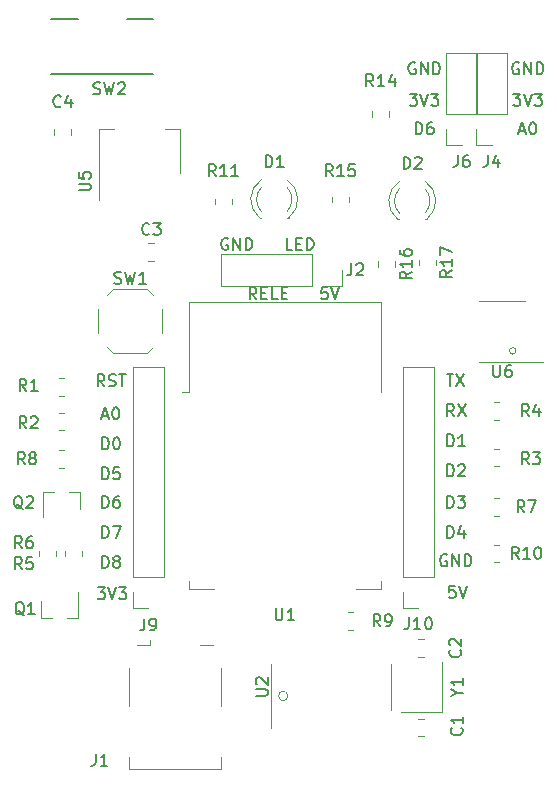
<source format=gbr>
%TF.GenerationSoftware,KiCad,Pcbnew,(5.1.7)-1*%
%TF.CreationDate,2021-02-24T18:28:04+01:00*%
%TF.ProjectId,Temperature-controller-with-ESP8266,54656d70-6572-4617-9475-72652d636f6e,rev?*%
%TF.SameCoordinates,Original*%
%TF.FileFunction,Legend,Top*%
%TF.FilePolarity,Positive*%
%FSLAX46Y46*%
G04 Gerber Fmt 4.6, Leading zero omitted, Abs format (unit mm)*
G04 Created by KiCad (PCBNEW (5.1.7)-1) date 2021-02-24 18:28:04*
%MOMM*%
%LPD*%
G01*
G04 APERTURE LIST*
%ADD10C,0.150000*%
%ADD11C,0.120000*%
G04 APERTURE END LIST*
D10*
X146812095Y-63127000D02*
X146716857Y-63079380D01*
X146574000Y-63079380D01*
X146431142Y-63127000D01*
X146335904Y-63222238D01*
X146288285Y-63317476D01*
X146240666Y-63507952D01*
X146240666Y-63650809D01*
X146288285Y-63841285D01*
X146335904Y-63936523D01*
X146431142Y-64031761D01*
X146574000Y-64079380D01*
X146669238Y-64079380D01*
X146812095Y-64031761D01*
X146859714Y-63984142D01*
X146859714Y-63650809D01*
X146669238Y-63650809D01*
X147288285Y-64079380D02*
X147288285Y-63079380D01*
X147859714Y-64079380D01*
X147859714Y-63079380D01*
X148335904Y-64079380D02*
X148335904Y-63079380D01*
X148574000Y-63079380D01*
X148716857Y-63127000D01*
X148812095Y-63222238D01*
X148859714Y-63317476D01*
X148907333Y-63507952D01*
X148907333Y-63650809D01*
X148859714Y-63841285D01*
X148812095Y-63936523D01*
X148716857Y-64031761D01*
X148574000Y-64079380D01*
X148335904Y-64079380D01*
X146335904Y-65746380D02*
X146954952Y-65746380D01*
X146621619Y-66127333D01*
X146764476Y-66127333D01*
X146859714Y-66174952D01*
X146907333Y-66222571D01*
X146954952Y-66317809D01*
X146954952Y-66555904D01*
X146907333Y-66651142D01*
X146859714Y-66698761D01*
X146764476Y-66746380D01*
X146478761Y-66746380D01*
X146383523Y-66698761D01*
X146335904Y-66651142D01*
X147240666Y-65746380D02*
X147574000Y-66746380D01*
X147907333Y-65746380D01*
X148145428Y-65746380D02*
X148764476Y-65746380D01*
X148431142Y-66127333D01*
X148574000Y-66127333D01*
X148669238Y-66174952D01*
X148716857Y-66222571D01*
X148764476Y-66317809D01*
X148764476Y-66555904D01*
X148716857Y-66651142D01*
X148669238Y-66698761D01*
X148574000Y-66746380D01*
X148288285Y-66746380D01*
X148193047Y-66698761D01*
X148145428Y-66651142D01*
X146835904Y-69159380D02*
X146835904Y-68159380D01*
X147074000Y-68159380D01*
X147216857Y-68207000D01*
X147312095Y-68302238D01*
X147359714Y-68397476D01*
X147407333Y-68587952D01*
X147407333Y-68730809D01*
X147359714Y-68921285D01*
X147312095Y-69016523D01*
X147216857Y-69111761D01*
X147074000Y-69159380D01*
X146835904Y-69159380D01*
X148264476Y-68159380D02*
X148074000Y-68159380D01*
X147978761Y-68207000D01*
X147931142Y-68254619D01*
X147835904Y-68397476D01*
X147788285Y-68587952D01*
X147788285Y-68968904D01*
X147835904Y-69064142D01*
X147883523Y-69111761D01*
X147978761Y-69159380D01*
X148169238Y-69159380D01*
X148264476Y-69111761D01*
X148312095Y-69064142D01*
X148359714Y-68968904D01*
X148359714Y-68730809D01*
X148312095Y-68635571D01*
X148264476Y-68587952D01*
X148169238Y-68540333D01*
X147978761Y-68540333D01*
X147883523Y-68587952D01*
X147835904Y-68635571D01*
X147788285Y-68730809D01*
X155575095Y-63127000D02*
X155479857Y-63079380D01*
X155337000Y-63079380D01*
X155194142Y-63127000D01*
X155098904Y-63222238D01*
X155051285Y-63317476D01*
X155003666Y-63507952D01*
X155003666Y-63650809D01*
X155051285Y-63841285D01*
X155098904Y-63936523D01*
X155194142Y-64031761D01*
X155337000Y-64079380D01*
X155432238Y-64079380D01*
X155575095Y-64031761D01*
X155622714Y-63984142D01*
X155622714Y-63650809D01*
X155432238Y-63650809D01*
X156051285Y-64079380D02*
X156051285Y-63079380D01*
X156622714Y-64079380D01*
X156622714Y-63079380D01*
X157098904Y-64079380D02*
X157098904Y-63079380D01*
X157337000Y-63079380D01*
X157479857Y-63127000D01*
X157575095Y-63222238D01*
X157622714Y-63317476D01*
X157670333Y-63507952D01*
X157670333Y-63650809D01*
X157622714Y-63841285D01*
X157575095Y-63936523D01*
X157479857Y-64031761D01*
X157337000Y-64079380D01*
X157098904Y-64079380D01*
X155622714Y-68873666D02*
X156098904Y-68873666D01*
X155527476Y-69159380D02*
X155860809Y-68159380D01*
X156194142Y-69159380D01*
X156717952Y-68159380D02*
X156813190Y-68159380D01*
X156908428Y-68207000D01*
X156956047Y-68254619D01*
X157003666Y-68349857D01*
X157051285Y-68540333D01*
X157051285Y-68778428D01*
X157003666Y-68968904D01*
X156956047Y-69064142D01*
X156908428Y-69111761D01*
X156813190Y-69159380D01*
X156717952Y-69159380D01*
X156622714Y-69111761D01*
X156575095Y-69064142D01*
X156527476Y-68968904D01*
X156479857Y-68778428D01*
X156479857Y-68540333D01*
X156527476Y-68349857D01*
X156575095Y-68254619D01*
X156622714Y-68207000D01*
X156717952Y-68159380D01*
X155098904Y-65746380D02*
X155717952Y-65746380D01*
X155384619Y-66127333D01*
X155527476Y-66127333D01*
X155622714Y-66174952D01*
X155670333Y-66222571D01*
X155717952Y-66317809D01*
X155717952Y-66555904D01*
X155670333Y-66651142D01*
X155622714Y-66698761D01*
X155527476Y-66746380D01*
X155241761Y-66746380D01*
X155146523Y-66698761D01*
X155098904Y-66651142D01*
X156003666Y-65746380D02*
X156337000Y-66746380D01*
X156670333Y-65746380D01*
X156908428Y-65746380D02*
X157527476Y-65746380D01*
X157194142Y-66127333D01*
X157337000Y-66127333D01*
X157432238Y-66174952D01*
X157479857Y-66222571D01*
X157527476Y-66317809D01*
X157527476Y-66555904D01*
X157479857Y-66651142D01*
X157432238Y-66698761D01*
X157337000Y-66746380D01*
X157051285Y-66746380D01*
X156956047Y-66698761D01*
X156908428Y-66651142D01*
X136390142Y-78938380D02*
X135913952Y-78938380D01*
X135913952Y-77938380D01*
X136723476Y-78414571D02*
X137056809Y-78414571D01*
X137199666Y-78938380D02*
X136723476Y-78938380D01*
X136723476Y-77938380D01*
X137199666Y-77938380D01*
X137628238Y-78938380D02*
X137628238Y-77938380D01*
X137866333Y-77938380D01*
X138009190Y-77986000D01*
X138104428Y-78081238D01*
X138152047Y-78176476D01*
X138199666Y-78366952D01*
X138199666Y-78509809D01*
X138152047Y-78700285D01*
X138104428Y-78795523D01*
X138009190Y-78890761D01*
X137866333Y-78938380D01*
X137628238Y-78938380D01*
X133366000Y-83129380D02*
X133032666Y-82653190D01*
X132794571Y-83129380D02*
X132794571Y-82129380D01*
X133175523Y-82129380D01*
X133270761Y-82177000D01*
X133318380Y-82224619D01*
X133366000Y-82319857D01*
X133366000Y-82462714D01*
X133318380Y-82557952D01*
X133270761Y-82605571D01*
X133175523Y-82653190D01*
X132794571Y-82653190D01*
X133794571Y-82605571D02*
X134127904Y-82605571D01*
X134270761Y-83129380D02*
X133794571Y-83129380D01*
X133794571Y-82129380D01*
X134270761Y-82129380D01*
X135175523Y-83129380D02*
X134699333Y-83129380D01*
X134699333Y-82129380D01*
X135508857Y-82605571D02*
X135842190Y-82605571D01*
X135985047Y-83129380D02*
X135508857Y-83129380D01*
X135508857Y-82129380D01*
X135985047Y-82129380D01*
X139382523Y-82129380D02*
X138906333Y-82129380D01*
X138858714Y-82605571D01*
X138906333Y-82557952D01*
X139001571Y-82510333D01*
X139239666Y-82510333D01*
X139334904Y-82557952D01*
X139382523Y-82605571D01*
X139430142Y-82700809D01*
X139430142Y-82938904D01*
X139382523Y-83034142D01*
X139334904Y-83081761D01*
X139239666Y-83129380D01*
X139001571Y-83129380D01*
X138906333Y-83081761D01*
X138858714Y-83034142D01*
X139715857Y-82129380D02*
X140049190Y-83129380D01*
X140382523Y-82129380D01*
X130937095Y-77986000D02*
X130841857Y-77938380D01*
X130699000Y-77938380D01*
X130556142Y-77986000D01*
X130460904Y-78081238D01*
X130413285Y-78176476D01*
X130365666Y-78366952D01*
X130365666Y-78509809D01*
X130413285Y-78700285D01*
X130460904Y-78795523D01*
X130556142Y-78890761D01*
X130699000Y-78938380D01*
X130794238Y-78938380D01*
X130937095Y-78890761D01*
X130984714Y-78843142D01*
X130984714Y-78509809D01*
X130794238Y-78509809D01*
X131413285Y-78938380D02*
X131413285Y-77938380D01*
X131984714Y-78938380D01*
X131984714Y-77938380D01*
X132460904Y-78938380D02*
X132460904Y-77938380D01*
X132699000Y-77938380D01*
X132841857Y-77986000D01*
X132937095Y-78081238D01*
X132984714Y-78176476D01*
X133032333Y-78366952D01*
X133032333Y-78509809D01*
X132984714Y-78700285D01*
X132937095Y-78795523D01*
X132841857Y-78890761D01*
X132699000Y-78938380D01*
X132460904Y-78938380D01*
D11*
X136037609Y-116713000D02*
G75*
G03*
X136037609Y-116713000I-401609J0D01*
G01*
X155350981Y-87503000D02*
G75*
G03*
X155350981Y-87503000I-283981J0D01*
G01*
D10*
X150177523Y-107402380D02*
X149701333Y-107402380D01*
X149653714Y-107878571D01*
X149701333Y-107830952D01*
X149796571Y-107783333D01*
X150034666Y-107783333D01*
X150129904Y-107830952D01*
X150177523Y-107878571D01*
X150225142Y-107973809D01*
X150225142Y-108211904D01*
X150177523Y-108307142D01*
X150129904Y-108354761D01*
X150034666Y-108402380D01*
X149796571Y-108402380D01*
X149701333Y-108354761D01*
X149653714Y-108307142D01*
X150510857Y-107402380D02*
X150844190Y-108402380D01*
X151177523Y-107402380D01*
X119919904Y-107529380D02*
X120538952Y-107529380D01*
X120205619Y-107910333D01*
X120348476Y-107910333D01*
X120443714Y-107957952D01*
X120491333Y-108005571D01*
X120538952Y-108100809D01*
X120538952Y-108338904D01*
X120491333Y-108434142D01*
X120443714Y-108481761D01*
X120348476Y-108529380D01*
X120062761Y-108529380D01*
X119967523Y-108481761D01*
X119919904Y-108434142D01*
X120824666Y-107529380D02*
X121158000Y-108529380D01*
X121491333Y-107529380D01*
X121729428Y-107529380D02*
X122348476Y-107529380D01*
X122015142Y-107910333D01*
X122158000Y-107910333D01*
X122253238Y-107957952D01*
X122300857Y-108005571D01*
X122348476Y-108100809D01*
X122348476Y-108338904D01*
X122300857Y-108434142D01*
X122253238Y-108481761D01*
X122158000Y-108529380D01*
X121872285Y-108529380D01*
X121777047Y-108481761D01*
X121729428Y-108434142D01*
X149479095Y-104783000D02*
X149383857Y-104735380D01*
X149241000Y-104735380D01*
X149098142Y-104783000D01*
X149002904Y-104878238D01*
X148955285Y-104973476D01*
X148907666Y-105163952D01*
X148907666Y-105306809D01*
X148955285Y-105497285D01*
X149002904Y-105592523D01*
X149098142Y-105687761D01*
X149241000Y-105735380D01*
X149336238Y-105735380D01*
X149479095Y-105687761D01*
X149526714Y-105640142D01*
X149526714Y-105306809D01*
X149336238Y-105306809D01*
X149955285Y-105735380D02*
X149955285Y-104735380D01*
X150526714Y-105735380D01*
X150526714Y-104735380D01*
X151002904Y-105735380D02*
X151002904Y-104735380D01*
X151241000Y-104735380D01*
X151383857Y-104783000D01*
X151479095Y-104878238D01*
X151526714Y-104973476D01*
X151574333Y-105163952D01*
X151574333Y-105306809D01*
X151526714Y-105497285D01*
X151479095Y-105592523D01*
X151383857Y-105687761D01*
X151241000Y-105735380D01*
X151002904Y-105735380D01*
X149502904Y-103322380D02*
X149502904Y-102322380D01*
X149741000Y-102322380D01*
X149883857Y-102370000D01*
X149979095Y-102465238D01*
X150026714Y-102560476D01*
X150074333Y-102750952D01*
X150074333Y-102893809D01*
X150026714Y-103084285D01*
X149979095Y-103179523D01*
X149883857Y-103274761D01*
X149741000Y-103322380D01*
X149502904Y-103322380D01*
X150931476Y-102655714D02*
X150931476Y-103322380D01*
X150693380Y-102274761D02*
X150455285Y-102989047D01*
X151074333Y-102989047D01*
X149502904Y-100782380D02*
X149502904Y-99782380D01*
X149741000Y-99782380D01*
X149883857Y-99830000D01*
X149979095Y-99925238D01*
X150026714Y-100020476D01*
X150074333Y-100210952D01*
X150074333Y-100353809D01*
X150026714Y-100544285D01*
X149979095Y-100639523D01*
X149883857Y-100734761D01*
X149741000Y-100782380D01*
X149502904Y-100782380D01*
X150407666Y-99782380D02*
X151026714Y-99782380D01*
X150693380Y-100163333D01*
X150836238Y-100163333D01*
X150931476Y-100210952D01*
X150979095Y-100258571D01*
X151026714Y-100353809D01*
X151026714Y-100591904D01*
X150979095Y-100687142D01*
X150931476Y-100734761D01*
X150836238Y-100782380D01*
X150550523Y-100782380D01*
X150455285Y-100734761D01*
X150407666Y-100687142D01*
X149502904Y-98115380D02*
X149502904Y-97115380D01*
X149741000Y-97115380D01*
X149883857Y-97163000D01*
X149979095Y-97258238D01*
X150026714Y-97353476D01*
X150074333Y-97543952D01*
X150074333Y-97686809D01*
X150026714Y-97877285D01*
X149979095Y-97972523D01*
X149883857Y-98067761D01*
X149741000Y-98115380D01*
X149502904Y-98115380D01*
X150455285Y-97210619D02*
X150502904Y-97163000D01*
X150598142Y-97115380D01*
X150836238Y-97115380D01*
X150931476Y-97163000D01*
X150979095Y-97210619D01*
X151026714Y-97305857D01*
X151026714Y-97401095D01*
X150979095Y-97543952D01*
X150407666Y-98115380D01*
X151026714Y-98115380D01*
X149502904Y-95575380D02*
X149502904Y-94575380D01*
X149741000Y-94575380D01*
X149883857Y-94623000D01*
X149979095Y-94718238D01*
X150026714Y-94813476D01*
X150074333Y-95003952D01*
X150074333Y-95146809D01*
X150026714Y-95337285D01*
X149979095Y-95432523D01*
X149883857Y-95527761D01*
X149741000Y-95575380D01*
X149502904Y-95575380D01*
X151026714Y-95575380D02*
X150455285Y-95575380D01*
X150741000Y-95575380D02*
X150741000Y-94575380D01*
X150645761Y-94718238D01*
X150550523Y-94813476D01*
X150455285Y-94861095D01*
X150074333Y-93035380D02*
X149741000Y-92559190D01*
X149502904Y-93035380D02*
X149502904Y-92035380D01*
X149883857Y-92035380D01*
X149979095Y-92083000D01*
X150026714Y-92130619D01*
X150074333Y-92225857D01*
X150074333Y-92368714D01*
X150026714Y-92463952D01*
X149979095Y-92511571D01*
X149883857Y-92559190D01*
X149502904Y-92559190D01*
X150407666Y-92035380D02*
X151074333Y-93035380D01*
X151074333Y-92035380D02*
X150407666Y-93035380D01*
X149479095Y-89495380D02*
X150050523Y-89495380D01*
X149764809Y-90495380D02*
X149764809Y-89495380D01*
X150288619Y-89495380D02*
X150955285Y-90495380D01*
X150955285Y-89495380D02*
X150288619Y-90495380D01*
X120292904Y-105862380D02*
X120292904Y-104862380D01*
X120531000Y-104862380D01*
X120673857Y-104910000D01*
X120769095Y-105005238D01*
X120816714Y-105100476D01*
X120864333Y-105290952D01*
X120864333Y-105433809D01*
X120816714Y-105624285D01*
X120769095Y-105719523D01*
X120673857Y-105814761D01*
X120531000Y-105862380D01*
X120292904Y-105862380D01*
X121435761Y-105290952D02*
X121340523Y-105243333D01*
X121292904Y-105195714D01*
X121245285Y-105100476D01*
X121245285Y-105052857D01*
X121292904Y-104957619D01*
X121340523Y-104910000D01*
X121435761Y-104862380D01*
X121626238Y-104862380D01*
X121721476Y-104910000D01*
X121769095Y-104957619D01*
X121816714Y-105052857D01*
X121816714Y-105100476D01*
X121769095Y-105195714D01*
X121721476Y-105243333D01*
X121626238Y-105290952D01*
X121435761Y-105290952D01*
X121340523Y-105338571D01*
X121292904Y-105386190D01*
X121245285Y-105481428D01*
X121245285Y-105671904D01*
X121292904Y-105767142D01*
X121340523Y-105814761D01*
X121435761Y-105862380D01*
X121626238Y-105862380D01*
X121721476Y-105814761D01*
X121769095Y-105767142D01*
X121816714Y-105671904D01*
X121816714Y-105481428D01*
X121769095Y-105386190D01*
X121721476Y-105338571D01*
X121626238Y-105290952D01*
X120292904Y-103322380D02*
X120292904Y-102322380D01*
X120531000Y-102322380D01*
X120673857Y-102370000D01*
X120769095Y-102465238D01*
X120816714Y-102560476D01*
X120864333Y-102750952D01*
X120864333Y-102893809D01*
X120816714Y-103084285D01*
X120769095Y-103179523D01*
X120673857Y-103274761D01*
X120531000Y-103322380D01*
X120292904Y-103322380D01*
X121197666Y-102322380D02*
X121864333Y-102322380D01*
X121435761Y-103322380D01*
X120292904Y-100782380D02*
X120292904Y-99782380D01*
X120531000Y-99782380D01*
X120673857Y-99830000D01*
X120769095Y-99925238D01*
X120816714Y-100020476D01*
X120864333Y-100210952D01*
X120864333Y-100353809D01*
X120816714Y-100544285D01*
X120769095Y-100639523D01*
X120673857Y-100734761D01*
X120531000Y-100782380D01*
X120292904Y-100782380D01*
X121721476Y-99782380D02*
X121531000Y-99782380D01*
X121435761Y-99830000D01*
X121388142Y-99877619D01*
X121292904Y-100020476D01*
X121245285Y-100210952D01*
X121245285Y-100591904D01*
X121292904Y-100687142D01*
X121340523Y-100734761D01*
X121435761Y-100782380D01*
X121626238Y-100782380D01*
X121721476Y-100734761D01*
X121769095Y-100687142D01*
X121816714Y-100591904D01*
X121816714Y-100353809D01*
X121769095Y-100258571D01*
X121721476Y-100210952D01*
X121626238Y-100163333D01*
X121435761Y-100163333D01*
X121340523Y-100210952D01*
X121292904Y-100258571D01*
X121245285Y-100353809D01*
X120292904Y-98369380D02*
X120292904Y-97369380D01*
X120531000Y-97369380D01*
X120673857Y-97417000D01*
X120769095Y-97512238D01*
X120816714Y-97607476D01*
X120864333Y-97797952D01*
X120864333Y-97940809D01*
X120816714Y-98131285D01*
X120769095Y-98226523D01*
X120673857Y-98321761D01*
X120531000Y-98369380D01*
X120292904Y-98369380D01*
X121769095Y-97369380D02*
X121292904Y-97369380D01*
X121245285Y-97845571D01*
X121292904Y-97797952D01*
X121388142Y-97750333D01*
X121626238Y-97750333D01*
X121721476Y-97797952D01*
X121769095Y-97845571D01*
X121816714Y-97940809D01*
X121816714Y-98178904D01*
X121769095Y-98274142D01*
X121721476Y-98321761D01*
X121626238Y-98369380D01*
X121388142Y-98369380D01*
X121292904Y-98321761D01*
X121245285Y-98274142D01*
X120292904Y-95829380D02*
X120292904Y-94829380D01*
X120531000Y-94829380D01*
X120673857Y-94877000D01*
X120769095Y-94972238D01*
X120816714Y-95067476D01*
X120864333Y-95257952D01*
X120864333Y-95400809D01*
X120816714Y-95591285D01*
X120769095Y-95686523D01*
X120673857Y-95781761D01*
X120531000Y-95829380D01*
X120292904Y-95829380D01*
X121483380Y-94829380D02*
X121578619Y-94829380D01*
X121673857Y-94877000D01*
X121721476Y-94924619D01*
X121769095Y-95019857D01*
X121816714Y-95210333D01*
X121816714Y-95448428D01*
X121769095Y-95638904D01*
X121721476Y-95734142D01*
X121673857Y-95781761D01*
X121578619Y-95829380D01*
X121483380Y-95829380D01*
X121388142Y-95781761D01*
X121340523Y-95734142D01*
X121292904Y-95638904D01*
X121245285Y-95448428D01*
X121245285Y-95210333D01*
X121292904Y-95019857D01*
X121340523Y-94924619D01*
X121388142Y-94877000D01*
X121483380Y-94829380D01*
X120316714Y-93003666D02*
X120792904Y-93003666D01*
X120221476Y-93289380D02*
X120554809Y-92289380D01*
X120888142Y-93289380D01*
X121411952Y-92289380D02*
X121507190Y-92289380D01*
X121602428Y-92337000D01*
X121650047Y-92384619D01*
X121697666Y-92479857D01*
X121745285Y-92670333D01*
X121745285Y-92908428D01*
X121697666Y-93098904D01*
X121650047Y-93194142D01*
X121602428Y-93241761D01*
X121507190Y-93289380D01*
X121411952Y-93289380D01*
X121316714Y-93241761D01*
X121269095Y-93194142D01*
X121221476Y-93098904D01*
X121173857Y-92908428D01*
X121173857Y-92670333D01*
X121221476Y-92479857D01*
X121269095Y-92384619D01*
X121316714Y-92337000D01*
X121411952Y-92289380D01*
X120483380Y-90495380D02*
X120150047Y-90019190D01*
X119911952Y-90495380D02*
X119911952Y-89495380D01*
X120292904Y-89495380D01*
X120388142Y-89543000D01*
X120435761Y-89590619D01*
X120483380Y-89685857D01*
X120483380Y-89828714D01*
X120435761Y-89923952D01*
X120388142Y-89971571D01*
X120292904Y-90019190D01*
X119911952Y-90019190D01*
X120864333Y-90447761D02*
X121007190Y-90495380D01*
X121245285Y-90495380D01*
X121340523Y-90447761D01*
X121388142Y-90400142D01*
X121435761Y-90304904D01*
X121435761Y-90209666D01*
X121388142Y-90114428D01*
X121340523Y-90066809D01*
X121245285Y-90019190D01*
X121054809Y-89971571D01*
X120959571Y-89923952D01*
X120911952Y-89876333D01*
X120864333Y-89781095D01*
X120864333Y-89685857D01*
X120911952Y-89590619D01*
X120959571Y-89543000D01*
X121054809Y-89495380D01*
X121292904Y-89495380D01*
X121435761Y-89543000D01*
X121721476Y-89495380D02*
X122292904Y-89495380D01*
X122007190Y-90495380D02*
X122007190Y-89495380D01*
D11*
%TO.C,C3*%
X124721252Y-79856000D02*
X124198748Y-79856000D01*
X124721252Y-78386000D02*
X124198748Y-78386000D01*
%TO.C,SW1*%
X119962000Y-86003000D02*
X119962000Y-83923000D01*
X124132000Y-82243000D02*
X124622000Y-82733000D01*
X125402000Y-86003000D02*
X125402000Y-83923000D01*
X121232000Y-82243000D02*
X120742000Y-82733000D01*
X121232000Y-82243000D02*
X124132000Y-82243000D01*
X121232000Y-87683000D02*
X120742000Y-87193000D01*
X121232000Y-87683000D02*
X124132000Y-87683000D01*
X124132000Y-87683000D02*
X124622000Y-87193000D01*
%TO.C,R8*%
X116612936Y-95912000D02*
X117067064Y-95912000D01*
X116612936Y-97382000D02*
X117067064Y-97382000D01*
%TO.C,U6*%
X154178000Y-83292000D02*
X152228000Y-83292000D01*
X154178000Y-83292000D02*
X156128000Y-83292000D01*
X154178000Y-88412000D02*
X152228000Y-88412000D01*
X154178000Y-88412000D02*
X157628000Y-88412000D01*
%TO.C,R4*%
X153897064Y-91848000D02*
X153442936Y-91848000D01*
X153897064Y-93318000D02*
X153442936Y-93318000D01*
%TO.C,R3*%
X153442936Y-97255000D02*
X153897064Y-97255000D01*
X153442936Y-95785000D02*
X153897064Y-95785000D01*
%TO.C,R10*%
X153442936Y-103913000D02*
X153897064Y-103913000D01*
X153442936Y-105383000D02*
X153897064Y-105383000D01*
%TO.C,R9*%
X141123936Y-109628000D02*
X141578064Y-109628000D01*
X141123936Y-111098000D02*
X141578064Y-111098000D01*
%TO.C,R7*%
X153442936Y-99976000D02*
X153897064Y-99976000D01*
X153442936Y-101446000D02*
X153897064Y-101446000D01*
%TO.C,J2*%
X138049000Y-79315000D02*
X138049000Y-81975000D01*
X138049000Y-79315000D02*
X130369000Y-79315000D01*
X130369000Y-79315000D02*
X130369000Y-81975000D01*
X138049000Y-81975000D02*
X130369000Y-81975000D01*
X140649000Y-81975000D02*
X139319000Y-81975000D01*
X140649000Y-80645000D02*
X140649000Y-81975000D01*
%TO.C,U1*%
X127643000Y-83384000D02*
X143883000Y-83384000D01*
X143883000Y-83384000D02*
X143883000Y-91004000D01*
X143883000Y-107004000D02*
X143883000Y-107624000D01*
X143883000Y-107624000D02*
X141763000Y-107624000D01*
X129763000Y-107624000D02*
X127643000Y-107624000D01*
X127643000Y-107624000D02*
X127643000Y-107004000D01*
X127643000Y-91004000D02*
X127643000Y-83384000D01*
X127643000Y-91004000D02*
X127033000Y-91004000D01*
%TO.C,U5*%
X126854000Y-68702000D02*
X125594000Y-68702000D01*
X120034000Y-68702000D02*
X121294000Y-68702000D01*
X126854000Y-72462000D02*
X126854000Y-68702000D01*
X120034000Y-74712000D02*
X120034000Y-68702000D01*
%TO.C,J1*%
X130376600Y-122859800D02*
X122556600Y-122859800D01*
X124356600Y-112388600D02*
X124356600Y-111958600D01*
X130378200Y-121869200D02*
X130378200Y-122859800D01*
X130376600Y-117538600D02*
X130376600Y-114308600D01*
X128576600Y-112388600D02*
X129656600Y-112388600D01*
X123276600Y-112388600D02*
X124356600Y-112388600D01*
X122556600Y-117538600D02*
X122556600Y-114308600D01*
X122556600Y-121920000D02*
X122556600Y-122859800D01*
%TO.C,R11*%
X129821000Y-75053564D02*
X129821000Y-74599436D01*
X131291000Y-75053564D02*
X131291000Y-74599436D01*
%TO.C,D1*%
X133638000Y-76236000D02*
X133794000Y-76236000D01*
X135954000Y-76236000D02*
X136110000Y-76236000D01*
X135953837Y-73634870D02*
G75*
G02*
X135954000Y-75716961I-1079837J-1041130D01*
G01*
X133794163Y-73634870D02*
G75*
G03*
X133794000Y-75716961I1079837J-1041130D01*
G01*
X135952608Y-73003665D02*
G75*
G02*
X136109516Y-76236000I-1078608J-1672335D01*
G01*
X133795392Y-73003665D02*
G75*
G03*
X133638484Y-76236000I1078608J-1672335D01*
G01*
%TO.C,D2*%
X145322000Y-76363000D02*
X145478000Y-76363000D01*
X147638000Y-76363000D02*
X147794000Y-76363000D01*
X147637837Y-73761870D02*
G75*
G02*
X147638000Y-75843961I-1079837J-1041130D01*
G01*
X145478163Y-73761870D02*
G75*
G03*
X145478000Y-75843961I1079837J-1041130D01*
G01*
X147636608Y-73130665D02*
G75*
G02*
X147793516Y-76363000I-1078608J-1672335D01*
G01*
X145479392Y-73130665D02*
G75*
G03*
X145322484Y-76363000I1078608J-1672335D01*
G01*
%TO.C,Y1*%
X145570000Y-118051000D02*
X149070000Y-118051000D01*
X149070000Y-118051000D02*
X149070000Y-113851000D01*
D10*
%TO.C,SW2*%
X124601000Y-64022000D02*
X116001000Y-64022000D01*
X124601000Y-59422000D02*
X122401000Y-59422000D01*
X118301000Y-59422000D02*
X116001000Y-59422000D01*
D11*
%TO.C,R2*%
X116612936Y-92737000D02*
X117067064Y-92737000D01*
X116612936Y-94207000D02*
X117067064Y-94207000D01*
%TO.C,C1*%
X147581252Y-120115000D02*
X147058748Y-120115000D01*
X147581252Y-118645000D02*
X147058748Y-118645000D01*
%TO.C,C2*%
X147058748Y-111914000D02*
X147581252Y-111914000D01*
X147058748Y-113384000D02*
X147581252Y-113384000D01*
%TO.C,C4*%
X117702000Y-68699748D02*
X117702000Y-69222252D01*
X116232000Y-68699748D02*
X116232000Y-69222252D01*
%TO.C,R1*%
X117067064Y-91286000D02*
X116612936Y-91286000D01*
X117067064Y-89816000D02*
X116612936Y-89816000D01*
%TO.C,R5*%
X117121000Y-104875064D02*
X117121000Y-104420936D01*
X118591000Y-104875064D02*
X118591000Y-104420936D01*
%TO.C,R6*%
X116432000Y-104420936D02*
X116432000Y-104875064D01*
X114962000Y-104420936D02*
X114962000Y-104875064D01*
%TO.C,R15*%
X139727000Y-74903064D02*
X139727000Y-74448936D01*
X141197000Y-74903064D02*
X141197000Y-74448936D01*
%TO.C,U2*%
X144760000Y-115951000D02*
X144760000Y-114001000D01*
X144760000Y-115951000D02*
X144760000Y-117901000D01*
X134640000Y-115951000D02*
X134640000Y-114001000D01*
X134640000Y-115951000D02*
X134640000Y-119401000D01*
%TO.C,Q1*%
X115133000Y-110107000D02*
X116063000Y-110107000D01*
X118293000Y-110107000D02*
X117363000Y-110107000D01*
X118293000Y-110107000D02*
X118293000Y-107947000D01*
X115133000Y-110107000D02*
X115133000Y-108647000D01*
%TO.C,Q2*%
X118420000Y-99443000D02*
X118420000Y-100903000D01*
X115260000Y-99443000D02*
X115260000Y-101603000D01*
X115260000Y-99443000D02*
X116190000Y-99443000D01*
X118420000Y-99443000D02*
X117490000Y-99443000D01*
%TO.C,R14*%
X144626000Y-67664064D02*
X144626000Y-67209936D01*
X143156000Y-67664064D02*
X143156000Y-67209936D01*
%TO.C,J9*%
X124206000Y-109280000D02*
X122876000Y-109280000D01*
X122876000Y-109280000D02*
X122876000Y-107950000D01*
X122876000Y-106680000D02*
X122876000Y-88840000D01*
X125536000Y-88840000D02*
X122876000Y-88840000D01*
X125536000Y-106680000D02*
X125536000Y-88840000D01*
X125536000Y-106680000D02*
X122876000Y-106680000D01*
%TO.C,J10*%
X148396000Y-106680000D02*
X145736000Y-106680000D01*
X148396000Y-106680000D02*
X148396000Y-88840000D01*
X148396000Y-88840000D02*
X145736000Y-88840000D01*
X145736000Y-106680000D02*
X145736000Y-88840000D01*
X145736000Y-109280000D02*
X145736000Y-107950000D01*
X147066000Y-109280000D02*
X145736000Y-109280000D01*
%TO.C,R16*%
X145134000Y-79909936D02*
X145134000Y-80364064D01*
X143664000Y-79909936D02*
X143664000Y-80364064D01*
%TO.C,R17*%
X147093000Y-79782936D02*
X147093000Y-80237064D01*
X148563000Y-79782936D02*
X148563000Y-80237064D01*
%TO.C,J4*%
X154619000Y-67437000D02*
X151959000Y-67437000D01*
X154619000Y-67437000D02*
X154619000Y-62297000D01*
X154619000Y-62297000D02*
X151959000Y-62297000D01*
X151959000Y-67437000D02*
X151959000Y-62297000D01*
X151959000Y-70037000D02*
X151959000Y-68707000D01*
X153289000Y-70037000D02*
X151959000Y-70037000D01*
%TO.C,J6*%
X150749000Y-70037000D02*
X149419000Y-70037000D01*
X149419000Y-70037000D02*
X149419000Y-68707000D01*
X149419000Y-67437000D02*
X149419000Y-62297000D01*
X152079000Y-62297000D02*
X149419000Y-62297000D01*
X152079000Y-67437000D02*
X152079000Y-62297000D01*
X152079000Y-67437000D02*
X149419000Y-67437000D01*
%TD*%
%TO.C,C3*%
D10*
X124293333Y-77573142D02*
X124245714Y-77620761D01*
X124102857Y-77668380D01*
X124007619Y-77668380D01*
X123864761Y-77620761D01*
X123769523Y-77525523D01*
X123721904Y-77430285D01*
X123674285Y-77239809D01*
X123674285Y-77096952D01*
X123721904Y-76906476D01*
X123769523Y-76811238D01*
X123864761Y-76716000D01*
X124007619Y-76668380D01*
X124102857Y-76668380D01*
X124245714Y-76716000D01*
X124293333Y-76763619D01*
X124626666Y-76668380D02*
X125245714Y-76668380D01*
X124912380Y-77049333D01*
X125055238Y-77049333D01*
X125150476Y-77096952D01*
X125198095Y-77144571D01*
X125245714Y-77239809D01*
X125245714Y-77477904D01*
X125198095Y-77573142D01*
X125150476Y-77620761D01*
X125055238Y-77668380D01*
X124769523Y-77668380D01*
X124674285Y-77620761D01*
X124626666Y-77573142D01*
%TO.C,SW1*%
X121348666Y-81767761D02*
X121491523Y-81815380D01*
X121729619Y-81815380D01*
X121824857Y-81767761D01*
X121872476Y-81720142D01*
X121920095Y-81624904D01*
X121920095Y-81529666D01*
X121872476Y-81434428D01*
X121824857Y-81386809D01*
X121729619Y-81339190D01*
X121539142Y-81291571D01*
X121443904Y-81243952D01*
X121396285Y-81196333D01*
X121348666Y-81101095D01*
X121348666Y-81005857D01*
X121396285Y-80910619D01*
X121443904Y-80863000D01*
X121539142Y-80815380D01*
X121777238Y-80815380D01*
X121920095Y-80863000D01*
X122253428Y-80815380D02*
X122491523Y-81815380D01*
X122682000Y-81101095D01*
X122872476Y-81815380D01*
X123110571Y-80815380D01*
X124015333Y-81815380D02*
X123443904Y-81815380D01*
X123729619Y-81815380D02*
X123729619Y-80815380D01*
X123634380Y-80958238D01*
X123539142Y-81053476D01*
X123443904Y-81101095D01*
%TO.C,R8*%
X113752333Y-97099380D02*
X113419000Y-96623190D01*
X113180904Y-97099380D02*
X113180904Y-96099380D01*
X113561857Y-96099380D01*
X113657095Y-96147000D01*
X113704714Y-96194619D01*
X113752333Y-96289857D01*
X113752333Y-96432714D01*
X113704714Y-96527952D01*
X113657095Y-96575571D01*
X113561857Y-96623190D01*
X113180904Y-96623190D01*
X114323761Y-96527952D02*
X114228523Y-96480333D01*
X114180904Y-96432714D01*
X114133285Y-96337476D01*
X114133285Y-96289857D01*
X114180904Y-96194619D01*
X114228523Y-96147000D01*
X114323761Y-96099380D01*
X114514238Y-96099380D01*
X114609476Y-96147000D01*
X114657095Y-96194619D01*
X114704714Y-96289857D01*
X114704714Y-96337476D01*
X114657095Y-96432714D01*
X114609476Y-96480333D01*
X114514238Y-96527952D01*
X114323761Y-96527952D01*
X114228523Y-96575571D01*
X114180904Y-96623190D01*
X114133285Y-96718428D01*
X114133285Y-96908904D01*
X114180904Y-97004142D01*
X114228523Y-97051761D01*
X114323761Y-97099380D01*
X114514238Y-97099380D01*
X114609476Y-97051761D01*
X114657095Y-97004142D01*
X114704714Y-96908904D01*
X114704714Y-96718428D01*
X114657095Y-96623190D01*
X114609476Y-96575571D01*
X114514238Y-96527952D01*
%TO.C,U6*%
X153416095Y-88704380D02*
X153416095Y-89513904D01*
X153463714Y-89609142D01*
X153511333Y-89656761D01*
X153606571Y-89704380D01*
X153797047Y-89704380D01*
X153892285Y-89656761D01*
X153939904Y-89609142D01*
X153987523Y-89513904D01*
X153987523Y-88704380D01*
X154892285Y-88704380D02*
X154701809Y-88704380D01*
X154606571Y-88752000D01*
X154558952Y-88799619D01*
X154463714Y-88942476D01*
X154416095Y-89132952D01*
X154416095Y-89513904D01*
X154463714Y-89609142D01*
X154511333Y-89656761D01*
X154606571Y-89704380D01*
X154797047Y-89704380D01*
X154892285Y-89656761D01*
X154939904Y-89609142D01*
X154987523Y-89513904D01*
X154987523Y-89275809D01*
X154939904Y-89180571D01*
X154892285Y-89132952D01*
X154797047Y-89085333D01*
X154606571Y-89085333D01*
X154511333Y-89132952D01*
X154463714Y-89180571D01*
X154416095Y-89275809D01*
%TO.C,R4*%
X156424333Y-93035380D02*
X156091000Y-92559190D01*
X155852904Y-93035380D02*
X155852904Y-92035380D01*
X156233857Y-92035380D01*
X156329095Y-92083000D01*
X156376714Y-92130619D01*
X156424333Y-92225857D01*
X156424333Y-92368714D01*
X156376714Y-92463952D01*
X156329095Y-92511571D01*
X156233857Y-92559190D01*
X155852904Y-92559190D01*
X157281476Y-92368714D02*
X157281476Y-93035380D01*
X157043380Y-91987761D02*
X156805285Y-92702047D01*
X157424333Y-92702047D01*
%TO.C,R3*%
X156424333Y-97099380D02*
X156091000Y-96623190D01*
X155852904Y-97099380D02*
X155852904Y-96099380D01*
X156233857Y-96099380D01*
X156329095Y-96147000D01*
X156376714Y-96194619D01*
X156424333Y-96289857D01*
X156424333Y-96432714D01*
X156376714Y-96527952D01*
X156329095Y-96575571D01*
X156233857Y-96623190D01*
X155852904Y-96623190D01*
X156757666Y-96099380D02*
X157376714Y-96099380D01*
X157043380Y-96480333D01*
X157186238Y-96480333D01*
X157281476Y-96527952D01*
X157329095Y-96575571D01*
X157376714Y-96670809D01*
X157376714Y-96908904D01*
X157329095Y-97004142D01*
X157281476Y-97051761D01*
X157186238Y-97099380D01*
X156900523Y-97099380D01*
X156805285Y-97051761D01*
X156757666Y-97004142D01*
%TO.C,R10*%
X155567142Y-105100380D02*
X155233809Y-104624190D01*
X154995714Y-105100380D02*
X154995714Y-104100380D01*
X155376666Y-104100380D01*
X155471904Y-104148000D01*
X155519523Y-104195619D01*
X155567142Y-104290857D01*
X155567142Y-104433714D01*
X155519523Y-104528952D01*
X155471904Y-104576571D01*
X155376666Y-104624190D01*
X154995714Y-104624190D01*
X156519523Y-105100380D02*
X155948095Y-105100380D01*
X156233809Y-105100380D02*
X156233809Y-104100380D01*
X156138571Y-104243238D01*
X156043333Y-104338476D01*
X155948095Y-104386095D01*
X157138571Y-104100380D02*
X157233809Y-104100380D01*
X157329047Y-104148000D01*
X157376666Y-104195619D01*
X157424285Y-104290857D01*
X157471904Y-104481333D01*
X157471904Y-104719428D01*
X157424285Y-104909904D01*
X157376666Y-105005142D01*
X157329047Y-105052761D01*
X157233809Y-105100380D01*
X157138571Y-105100380D01*
X157043333Y-105052761D01*
X156995714Y-105005142D01*
X156948095Y-104909904D01*
X156900476Y-104719428D01*
X156900476Y-104481333D01*
X156948095Y-104290857D01*
X156995714Y-104195619D01*
X157043333Y-104148000D01*
X157138571Y-104100380D01*
%TO.C,R9*%
X143851333Y-110815380D02*
X143518000Y-110339190D01*
X143279904Y-110815380D02*
X143279904Y-109815380D01*
X143660857Y-109815380D01*
X143756095Y-109863000D01*
X143803714Y-109910619D01*
X143851333Y-110005857D01*
X143851333Y-110148714D01*
X143803714Y-110243952D01*
X143756095Y-110291571D01*
X143660857Y-110339190D01*
X143279904Y-110339190D01*
X144327523Y-110815380D02*
X144518000Y-110815380D01*
X144613238Y-110767761D01*
X144660857Y-110720142D01*
X144756095Y-110577285D01*
X144803714Y-110386809D01*
X144803714Y-110005857D01*
X144756095Y-109910619D01*
X144708476Y-109863000D01*
X144613238Y-109815380D01*
X144422761Y-109815380D01*
X144327523Y-109863000D01*
X144279904Y-109910619D01*
X144232285Y-110005857D01*
X144232285Y-110243952D01*
X144279904Y-110339190D01*
X144327523Y-110386809D01*
X144422761Y-110434428D01*
X144613238Y-110434428D01*
X144708476Y-110386809D01*
X144756095Y-110339190D01*
X144803714Y-110243952D01*
%TO.C,R7*%
X156043333Y-101163380D02*
X155710000Y-100687190D01*
X155471904Y-101163380D02*
X155471904Y-100163380D01*
X155852857Y-100163380D01*
X155948095Y-100211000D01*
X155995714Y-100258619D01*
X156043333Y-100353857D01*
X156043333Y-100496714D01*
X155995714Y-100591952D01*
X155948095Y-100639571D01*
X155852857Y-100687190D01*
X155471904Y-100687190D01*
X156376666Y-100163380D02*
X157043333Y-100163380D01*
X156614761Y-101163380D01*
%TO.C,J2*%
X141398666Y-80097380D02*
X141398666Y-80811666D01*
X141351047Y-80954523D01*
X141255809Y-81049761D01*
X141112952Y-81097380D01*
X141017714Y-81097380D01*
X141827238Y-80192619D02*
X141874857Y-80145000D01*
X141970095Y-80097380D01*
X142208190Y-80097380D01*
X142303428Y-80145000D01*
X142351047Y-80192619D01*
X142398666Y-80287857D01*
X142398666Y-80383095D01*
X142351047Y-80525952D01*
X141779619Y-81097380D01*
X142398666Y-81097380D01*
%TO.C,U1*%
X135001095Y-109307380D02*
X135001095Y-110116904D01*
X135048714Y-110212142D01*
X135096333Y-110259761D01*
X135191571Y-110307380D01*
X135382047Y-110307380D01*
X135477285Y-110259761D01*
X135524904Y-110212142D01*
X135572523Y-110116904D01*
X135572523Y-109307380D01*
X136572523Y-110307380D02*
X136001095Y-110307380D01*
X136286809Y-110307380D02*
X136286809Y-109307380D01*
X136191571Y-109450238D01*
X136096333Y-109545476D01*
X136001095Y-109593095D01*
%TO.C,U5*%
X118324380Y-73913904D02*
X119133904Y-73913904D01*
X119229142Y-73866285D01*
X119276761Y-73818666D01*
X119324380Y-73723428D01*
X119324380Y-73532952D01*
X119276761Y-73437714D01*
X119229142Y-73390095D01*
X119133904Y-73342476D01*
X118324380Y-73342476D01*
X118324380Y-72390095D02*
X118324380Y-72866285D01*
X118800571Y-72913904D01*
X118752952Y-72866285D01*
X118705333Y-72771047D01*
X118705333Y-72532952D01*
X118752952Y-72437714D01*
X118800571Y-72390095D01*
X118895809Y-72342476D01*
X119133904Y-72342476D01*
X119229142Y-72390095D01*
X119276761Y-72437714D01*
X119324380Y-72532952D01*
X119324380Y-72771047D01*
X119276761Y-72866285D01*
X119229142Y-72913904D01*
%TO.C,J1*%
X119743023Y-121626380D02*
X119743023Y-122340666D01*
X119695404Y-122483523D01*
X119600166Y-122578761D01*
X119457309Y-122626380D01*
X119362071Y-122626380D01*
X120743023Y-122626380D02*
X120171595Y-122626380D01*
X120457309Y-122626380D02*
X120457309Y-121626380D01*
X120362071Y-121769238D01*
X120266833Y-121864476D01*
X120171595Y-121912095D01*
%TO.C,R11*%
X129913142Y-72715380D02*
X129579809Y-72239190D01*
X129341714Y-72715380D02*
X129341714Y-71715380D01*
X129722666Y-71715380D01*
X129817904Y-71763000D01*
X129865523Y-71810619D01*
X129913142Y-71905857D01*
X129913142Y-72048714D01*
X129865523Y-72143952D01*
X129817904Y-72191571D01*
X129722666Y-72239190D01*
X129341714Y-72239190D01*
X130865523Y-72715380D02*
X130294095Y-72715380D01*
X130579809Y-72715380D02*
X130579809Y-71715380D01*
X130484571Y-71858238D01*
X130389333Y-71953476D01*
X130294095Y-72001095D01*
X131817904Y-72715380D02*
X131246476Y-72715380D01*
X131532190Y-72715380D02*
X131532190Y-71715380D01*
X131436952Y-71858238D01*
X131341714Y-71953476D01*
X131246476Y-72001095D01*
%TO.C,D1*%
X134135904Y-71953380D02*
X134135904Y-70953380D01*
X134374000Y-70953380D01*
X134516857Y-71001000D01*
X134612095Y-71096238D01*
X134659714Y-71191476D01*
X134707333Y-71381952D01*
X134707333Y-71524809D01*
X134659714Y-71715285D01*
X134612095Y-71810523D01*
X134516857Y-71905761D01*
X134374000Y-71953380D01*
X134135904Y-71953380D01*
X135659714Y-71953380D02*
X135088285Y-71953380D01*
X135374000Y-71953380D02*
X135374000Y-70953380D01*
X135278761Y-71096238D01*
X135183523Y-71191476D01*
X135088285Y-71239095D01*
%TO.C,D2*%
X145819904Y-72080380D02*
X145819904Y-71080380D01*
X146058000Y-71080380D01*
X146200857Y-71128000D01*
X146296095Y-71223238D01*
X146343714Y-71318476D01*
X146391333Y-71508952D01*
X146391333Y-71651809D01*
X146343714Y-71842285D01*
X146296095Y-71937523D01*
X146200857Y-72032761D01*
X146058000Y-72080380D01*
X145819904Y-72080380D01*
X146772285Y-71175619D02*
X146819904Y-71128000D01*
X146915142Y-71080380D01*
X147153238Y-71080380D01*
X147248476Y-71128000D01*
X147296095Y-71175619D01*
X147343714Y-71270857D01*
X147343714Y-71366095D01*
X147296095Y-71508952D01*
X146724666Y-72080380D01*
X147343714Y-72080380D01*
%TO.C,Y1*%
X150344190Y-116427190D02*
X150820380Y-116427190D01*
X149820380Y-116760523D02*
X150344190Y-116427190D01*
X149820380Y-116093857D01*
X150820380Y-115236714D02*
X150820380Y-115808142D01*
X150820380Y-115522428D02*
X149820380Y-115522428D01*
X149963238Y-115617666D01*
X150058476Y-115712904D01*
X150106095Y-115808142D01*
%TO.C,SW2*%
X119567666Y-65726761D02*
X119710523Y-65774380D01*
X119948619Y-65774380D01*
X120043857Y-65726761D01*
X120091476Y-65679142D01*
X120139095Y-65583904D01*
X120139095Y-65488666D01*
X120091476Y-65393428D01*
X120043857Y-65345809D01*
X119948619Y-65298190D01*
X119758142Y-65250571D01*
X119662904Y-65202952D01*
X119615285Y-65155333D01*
X119567666Y-65060095D01*
X119567666Y-64964857D01*
X119615285Y-64869619D01*
X119662904Y-64822000D01*
X119758142Y-64774380D01*
X119996238Y-64774380D01*
X120139095Y-64822000D01*
X120472428Y-64774380D02*
X120710523Y-65774380D01*
X120901000Y-65060095D01*
X121091476Y-65774380D01*
X121329571Y-64774380D01*
X121662904Y-64869619D02*
X121710523Y-64822000D01*
X121805761Y-64774380D01*
X122043857Y-64774380D01*
X122139095Y-64822000D01*
X122186714Y-64869619D01*
X122234333Y-64964857D01*
X122234333Y-65060095D01*
X122186714Y-65202952D01*
X121615285Y-65774380D01*
X122234333Y-65774380D01*
%TO.C,R2*%
X113879333Y-94051380D02*
X113546000Y-93575190D01*
X113307904Y-94051380D02*
X113307904Y-93051380D01*
X113688857Y-93051380D01*
X113784095Y-93099000D01*
X113831714Y-93146619D01*
X113879333Y-93241857D01*
X113879333Y-93384714D01*
X113831714Y-93479952D01*
X113784095Y-93527571D01*
X113688857Y-93575190D01*
X113307904Y-93575190D01*
X114260285Y-93146619D02*
X114307904Y-93099000D01*
X114403142Y-93051380D01*
X114641238Y-93051380D01*
X114736476Y-93099000D01*
X114784095Y-93146619D01*
X114831714Y-93241857D01*
X114831714Y-93337095D01*
X114784095Y-93479952D01*
X114212666Y-94051380D01*
X114831714Y-94051380D01*
%TO.C,C1*%
X150725142Y-119419666D02*
X150772761Y-119467285D01*
X150820380Y-119610142D01*
X150820380Y-119705380D01*
X150772761Y-119848238D01*
X150677523Y-119943476D01*
X150582285Y-119991095D01*
X150391809Y-120038714D01*
X150248952Y-120038714D01*
X150058476Y-119991095D01*
X149963238Y-119943476D01*
X149868000Y-119848238D01*
X149820380Y-119705380D01*
X149820380Y-119610142D01*
X149868000Y-119467285D01*
X149915619Y-119419666D01*
X150820380Y-118467285D02*
X150820380Y-119038714D01*
X150820380Y-118753000D02*
X149820380Y-118753000D01*
X149963238Y-118848238D01*
X150058476Y-118943476D01*
X150106095Y-119038714D01*
%TO.C,C2*%
X150598142Y-112815666D02*
X150645761Y-112863285D01*
X150693380Y-113006142D01*
X150693380Y-113101380D01*
X150645761Y-113244238D01*
X150550523Y-113339476D01*
X150455285Y-113387095D01*
X150264809Y-113434714D01*
X150121952Y-113434714D01*
X149931476Y-113387095D01*
X149836238Y-113339476D01*
X149741000Y-113244238D01*
X149693380Y-113101380D01*
X149693380Y-113006142D01*
X149741000Y-112863285D01*
X149788619Y-112815666D01*
X149788619Y-112434714D02*
X149741000Y-112387095D01*
X149693380Y-112291857D01*
X149693380Y-112053761D01*
X149741000Y-111958523D01*
X149788619Y-111910904D01*
X149883857Y-111863285D01*
X149979095Y-111863285D01*
X150121952Y-111910904D01*
X150693380Y-112482333D01*
X150693380Y-111863285D01*
%TO.C,C4*%
X116800333Y-66778142D02*
X116752714Y-66825761D01*
X116609857Y-66873380D01*
X116514619Y-66873380D01*
X116371761Y-66825761D01*
X116276523Y-66730523D01*
X116228904Y-66635285D01*
X116181285Y-66444809D01*
X116181285Y-66301952D01*
X116228904Y-66111476D01*
X116276523Y-66016238D01*
X116371761Y-65921000D01*
X116514619Y-65873380D01*
X116609857Y-65873380D01*
X116752714Y-65921000D01*
X116800333Y-65968619D01*
X117657476Y-66206714D02*
X117657476Y-66873380D01*
X117419380Y-65825761D02*
X117181285Y-66540047D01*
X117800333Y-66540047D01*
%TO.C,R1*%
X113879333Y-90876380D02*
X113546000Y-90400190D01*
X113307904Y-90876380D02*
X113307904Y-89876380D01*
X113688857Y-89876380D01*
X113784095Y-89924000D01*
X113831714Y-89971619D01*
X113879333Y-90066857D01*
X113879333Y-90209714D01*
X113831714Y-90304952D01*
X113784095Y-90352571D01*
X113688857Y-90400190D01*
X113307904Y-90400190D01*
X114831714Y-90876380D02*
X114260285Y-90876380D01*
X114546000Y-90876380D02*
X114546000Y-89876380D01*
X114450761Y-90019238D01*
X114355523Y-90114476D01*
X114260285Y-90162095D01*
%TO.C,R5*%
X113498333Y-105989380D02*
X113165000Y-105513190D01*
X112926904Y-105989380D02*
X112926904Y-104989380D01*
X113307857Y-104989380D01*
X113403095Y-105037000D01*
X113450714Y-105084619D01*
X113498333Y-105179857D01*
X113498333Y-105322714D01*
X113450714Y-105417952D01*
X113403095Y-105465571D01*
X113307857Y-105513190D01*
X112926904Y-105513190D01*
X114403095Y-104989380D02*
X113926904Y-104989380D01*
X113879285Y-105465571D01*
X113926904Y-105417952D01*
X114022142Y-105370333D01*
X114260238Y-105370333D01*
X114355476Y-105417952D01*
X114403095Y-105465571D01*
X114450714Y-105560809D01*
X114450714Y-105798904D01*
X114403095Y-105894142D01*
X114355476Y-105941761D01*
X114260238Y-105989380D01*
X114022142Y-105989380D01*
X113926904Y-105941761D01*
X113879285Y-105894142D01*
%TO.C,R6*%
X113498333Y-104211380D02*
X113165000Y-103735190D01*
X112926904Y-104211380D02*
X112926904Y-103211380D01*
X113307857Y-103211380D01*
X113403095Y-103259000D01*
X113450714Y-103306619D01*
X113498333Y-103401857D01*
X113498333Y-103544714D01*
X113450714Y-103639952D01*
X113403095Y-103687571D01*
X113307857Y-103735190D01*
X112926904Y-103735190D01*
X114355476Y-103211380D02*
X114165000Y-103211380D01*
X114069761Y-103259000D01*
X114022142Y-103306619D01*
X113926904Y-103449476D01*
X113879285Y-103639952D01*
X113879285Y-104020904D01*
X113926904Y-104116142D01*
X113974523Y-104163761D01*
X114069761Y-104211380D01*
X114260238Y-104211380D01*
X114355476Y-104163761D01*
X114403095Y-104116142D01*
X114450714Y-104020904D01*
X114450714Y-103782809D01*
X114403095Y-103687571D01*
X114355476Y-103639952D01*
X114260238Y-103592333D01*
X114069761Y-103592333D01*
X113974523Y-103639952D01*
X113926904Y-103687571D01*
X113879285Y-103782809D01*
%TO.C,R15*%
X139819142Y-72715380D02*
X139485809Y-72239190D01*
X139247714Y-72715380D02*
X139247714Y-71715380D01*
X139628666Y-71715380D01*
X139723904Y-71763000D01*
X139771523Y-71810619D01*
X139819142Y-71905857D01*
X139819142Y-72048714D01*
X139771523Y-72143952D01*
X139723904Y-72191571D01*
X139628666Y-72239190D01*
X139247714Y-72239190D01*
X140771523Y-72715380D02*
X140200095Y-72715380D01*
X140485809Y-72715380D02*
X140485809Y-71715380D01*
X140390571Y-71858238D01*
X140295333Y-71953476D01*
X140200095Y-72001095D01*
X141676285Y-71715380D02*
X141200095Y-71715380D01*
X141152476Y-72191571D01*
X141200095Y-72143952D01*
X141295333Y-72096333D01*
X141533428Y-72096333D01*
X141628666Y-72143952D01*
X141676285Y-72191571D01*
X141723904Y-72286809D01*
X141723904Y-72524904D01*
X141676285Y-72620142D01*
X141628666Y-72667761D01*
X141533428Y-72715380D01*
X141295333Y-72715380D01*
X141200095Y-72667761D01*
X141152476Y-72620142D01*
%TO.C,U2*%
X133310380Y-116712904D02*
X134119904Y-116712904D01*
X134215142Y-116665285D01*
X134262761Y-116617666D01*
X134310380Y-116522428D01*
X134310380Y-116331952D01*
X134262761Y-116236714D01*
X134215142Y-116189095D01*
X134119904Y-116141476D01*
X133310380Y-116141476D01*
X133405619Y-115712904D02*
X133358000Y-115665285D01*
X133310380Y-115570047D01*
X133310380Y-115331952D01*
X133358000Y-115236714D01*
X133405619Y-115189095D01*
X133500857Y-115141476D01*
X133596095Y-115141476D01*
X133738952Y-115189095D01*
X134310380Y-115760523D01*
X134310380Y-115141476D01*
%TO.C,Q1*%
X113696761Y-109894619D02*
X113601523Y-109847000D01*
X113506285Y-109751761D01*
X113363428Y-109608904D01*
X113268190Y-109561285D01*
X113172952Y-109561285D01*
X113220571Y-109799380D02*
X113125333Y-109751761D01*
X113030095Y-109656523D01*
X112982476Y-109466047D01*
X112982476Y-109132714D01*
X113030095Y-108942238D01*
X113125333Y-108847000D01*
X113220571Y-108799380D01*
X113411047Y-108799380D01*
X113506285Y-108847000D01*
X113601523Y-108942238D01*
X113649142Y-109132714D01*
X113649142Y-109466047D01*
X113601523Y-109656523D01*
X113506285Y-109751761D01*
X113411047Y-109799380D01*
X113220571Y-109799380D01*
X114601523Y-109799380D02*
X114030095Y-109799380D01*
X114315809Y-109799380D02*
X114315809Y-108799380D01*
X114220571Y-108942238D01*
X114125333Y-109037476D01*
X114030095Y-109085095D01*
%TO.C,Q2*%
X113569761Y-100877619D02*
X113474523Y-100830000D01*
X113379285Y-100734761D01*
X113236428Y-100591904D01*
X113141190Y-100544285D01*
X113045952Y-100544285D01*
X113093571Y-100782380D02*
X112998333Y-100734761D01*
X112903095Y-100639523D01*
X112855476Y-100449047D01*
X112855476Y-100115714D01*
X112903095Y-99925238D01*
X112998333Y-99830000D01*
X113093571Y-99782380D01*
X113284047Y-99782380D01*
X113379285Y-99830000D01*
X113474523Y-99925238D01*
X113522142Y-100115714D01*
X113522142Y-100449047D01*
X113474523Y-100639523D01*
X113379285Y-100734761D01*
X113284047Y-100782380D01*
X113093571Y-100782380D01*
X113903095Y-99877619D02*
X113950714Y-99830000D01*
X114045952Y-99782380D01*
X114284047Y-99782380D01*
X114379285Y-99830000D01*
X114426904Y-99877619D01*
X114474523Y-99972857D01*
X114474523Y-100068095D01*
X114426904Y-100210952D01*
X113855476Y-100782380D01*
X114474523Y-100782380D01*
%TO.C,R14*%
X143248142Y-65095380D02*
X142914809Y-64619190D01*
X142676714Y-65095380D02*
X142676714Y-64095380D01*
X143057666Y-64095380D01*
X143152904Y-64143000D01*
X143200523Y-64190619D01*
X143248142Y-64285857D01*
X143248142Y-64428714D01*
X143200523Y-64523952D01*
X143152904Y-64571571D01*
X143057666Y-64619190D01*
X142676714Y-64619190D01*
X144200523Y-65095380D02*
X143629095Y-65095380D01*
X143914809Y-65095380D02*
X143914809Y-64095380D01*
X143819571Y-64238238D01*
X143724333Y-64333476D01*
X143629095Y-64381095D01*
X145057666Y-64428714D02*
X145057666Y-65095380D01*
X144819571Y-64047761D02*
X144581476Y-64762047D01*
X145200523Y-64762047D01*
%TO.C,J9*%
X123872666Y-110172380D02*
X123872666Y-110886666D01*
X123825047Y-111029523D01*
X123729809Y-111124761D01*
X123586952Y-111172380D01*
X123491714Y-111172380D01*
X124396476Y-111172380D02*
X124586952Y-111172380D01*
X124682190Y-111124761D01*
X124729809Y-111077142D01*
X124825047Y-110934285D01*
X124872666Y-110743809D01*
X124872666Y-110362857D01*
X124825047Y-110267619D01*
X124777428Y-110220000D01*
X124682190Y-110172380D01*
X124491714Y-110172380D01*
X124396476Y-110220000D01*
X124348857Y-110267619D01*
X124301238Y-110362857D01*
X124301238Y-110600952D01*
X124348857Y-110696190D01*
X124396476Y-110743809D01*
X124491714Y-110791428D01*
X124682190Y-110791428D01*
X124777428Y-110743809D01*
X124825047Y-110696190D01*
X124872666Y-110600952D01*
%TO.C,J10*%
X146256476Y-110069380D02*
X146256476Y-110783666D01*
X146208857Y-110926523D01*
X146113619Y-111021761D01*
X145970761Y-111069380D01*
X145875523Y-111069380D01*
X147256476Y-111069380D02*
X146685047Y-111069380D01*
X146970761Y-111069380D02*
X146970761Y-110069380D01*
X146875523Y-110212238D01*
X146780285Y-110307476D01*
X146685047Y-110355095D01*
X147875523Y-110069380D02*
X147970761Y-110069380D01*
X148066000Y-110117000D01*
X148113619Y-110164619D01*
X148161238Y-110259857D01*
X148208857Y-110450333D01*
X148208857Y-110688428D01*
X148161238Y-110878904D01*
X148113619Y-110974142D01*
X148066000Y-111021761D01*
X147970761Y-111069380D01*
X147875523Y-111069380D01*
X147780285Y-111021761D01*
X147732666Y-110974142D01*
X147685047Y-110878904D01*
X147637428Y-110688428D01*
X147637428Y-110450333D01*
X147685047Y-110259857D01*
X147732666Y-110164619D01*
X147780285Y-110117000D01*
X147875523Y-110069380D01*
%TO.C,R16*%
X146501380Y-80779857D02*
X146025190Y-81113190D01*
X146501380Y-81351285D02*
X145501380Y-81351285D01*
X145501380Y-80970333D01*
X145549000Y-80875095D01*
X145596619Y-80827476D01*
X145691857Y-80779857D01*
X145834714Y-80779857D01*
X145929952Y-80827476D01*
X145977571Y-80875095D01*
X146025190Y-80970333D01*
X146025190Y-81351285D01*
X146501380Y-79827476D02*
X146501380Y-80398904D01*
X146501380Y-80113190D02*
X145501380Y-80113190D01*
X145644238Y-80208428D01*
X145739476Y-80303666D01*
X145787095Y-80398904D01*
X145501380Y-78970333D02*
X145501380Y-79160809D01*
X145549000Y-79256047D01*
X145596619Y-79303666D01*
X145739476Y-79398904D01*
X145929952Y-79446523D01*
X146310904Y-79446523D01*
X146406142Y-79398904D01*
X146453761Y-79351285D01*
X146501380Y-79256047D01*
X146501380Y-79065571D01*
X146453761Y-78970333D01*
X146406142Y-78922714D01*
X146310904Y-78875095D01*
X146072809Y-78875095D01*
X145977571Y-78922714D01*
X145929952Y-78970333D01*
X145882333Y-79065571D01*
X145882333Y-79256047D01*
X145929952Y-79351285D01*
X145977571Y-79398904D01*
X146072809Y-79446523D01*
%TO.C,R17*%
X149930380Y-80652857D02*
X149454190Y-80986190D01*
X149930380Y-81224285D02*
X148930380Y-81224285D01*
X148930380Y-80843333D01*
X148978000Y-80748095D01*
X149025619Y-80700476D01*
X149120857Y-80652857D01*
X149263714Y-80652857D01*
X149358952Y-80700476D01*
X149406571Y-80748095D01*
X149454190Y-80843333D01*
X149454190Y-81224285D01*
X149930380Y-79700476D02*
X149930380Y-80271904D01*
X149930380Y-79986190D02*
X148930380Y-79986190D01*
X149073238Y-80081428D01*
X149168476Y-80176666D01*
X149216095Y-80271904D01*
X148930380Y-79367142D02*
X148930380Y-78700476D01*
X149930380Y-79129047D01*
%TO.C,J4*%
X152955666Y-70929380D02*
X152955666Y-71643666D01*
X152908047Y-71786523D01*
X152812809Y-71881761D01*
X152669952Y-71929380D01*
X152574714Y-71929380D01*
X153860428Y-71262714D02*
X153860428Y-71929380D01*
X153622333Y-70881761D02*
X153384238Y-71596047D01*
X154003285Y-71596047D01*
%TO.C,J6*%
X150415666Y-70929380D02*
X150415666Y-71643666D01*
X150368047Y-71786523D01*
X150272809Y-71881761D01*
X150129952Y-71929380D01*
X150034714Y-71929380D01*
X151320428Y-70929380D02*
X151129952Y-70929380D01*
X151034714Y-70977000D01*
X150987095Y-71024619D01*
X150891857Y-71167476D01*
X150844238Y-71357952D01*
X150844238Y-71738904D01*
X150891857Y-71834142D01*
X150939476Y-71881761D01*
X151034714Y-71929380D01*
X151225190Y-71929380D01*
X151320428Y-71881761D01*
X151368047Y-71834142D01*
X151415666Y-71738904D01*
X151415666Y-71500809D01*
X151368047Y-71405571D01*
X151320428Y-71357952D01*
X151225190Y-71310333D01*
X151034714Y-71310333D01*
X150939476Y-71357952D01*
X150891857Y-71405571D01*
X150844238Y-71500809D01*
%TD*%
M02*

</source>
